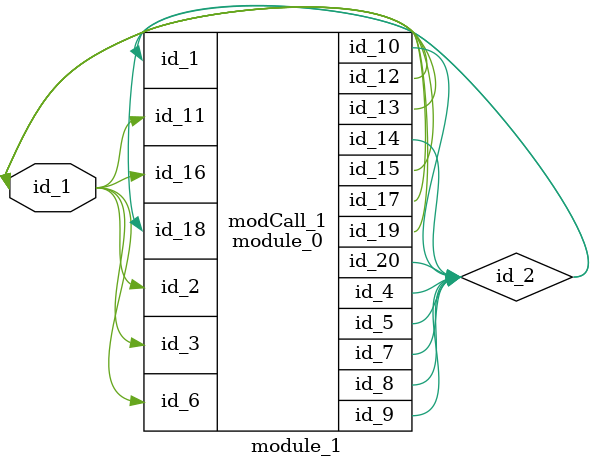
<source format=v>
module module_0 (
    id_1,
    id_2,
    id_3,
    id_4,
    id_5,
    id_6,
    id_7,
    id_8,
    id_9,
    id_10,
    id_11,
    id_12,
    id_13,
    id_14,
    id_15,
    id_16,
    id_17,
    id_18,
    id_19,
    id_20
);
  output wire id_20;
  output wire id_19;
  input wire id_18;
  output wire id_17;
  input wire id_16;
  output wire id_15;
  inout wire id_14;
  inout wire id_13;
  output wire id_12;
  input wire id_11;
  inout wire id_10;
  inout wire id_9;
  output wire id_8;
  inout wire id_7;
  input wire id_6;
  output wire id_5;
  inout wire id_4;
  input wire id_3;
  input wire id_2;
  input wire id_1;
  wire id_21, id_22;
  wire id_23;
  wire id_24;
endmodule
module module_1 (
    id_1
);
  inout wire id_1;
  wire id_2;
  module_0 modCall_1 (
      id_2,
      id_1,
      id_1,
      id_2,
      id_2,
      id_1,
      id_2,
      id_2,
      id_2,
      id_2,
      id_1,
      id_1,
      id_1,
      id_2,
      id_1,
      id_1,
      id_1,
      id_2,
      id_1,
      id_2
  );
endmodule

</source>
